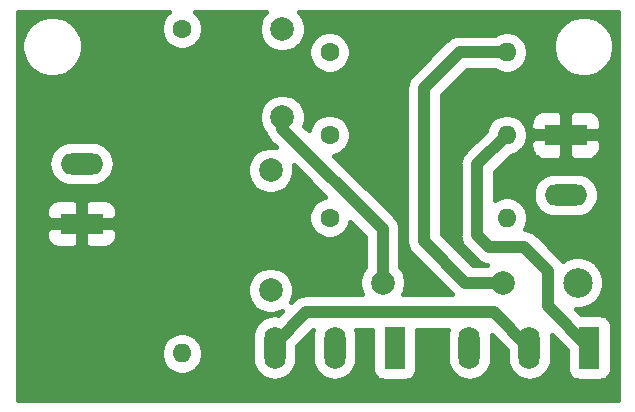
<source format=gbr>
%TF.GenerationSoftware,KiCad,Pcbnew,(5.1.5-0-10_14)*%
%TF.CreationDate,2020-09-13T21:22:45+01:00*%
%TF.ProjectId,BoneRayPCB,426f6e65-5261-4795-9043-422e6b696361,rev?*%
%TF.SameCoordinates,Original*%
%TF.FileFunction,Copper,L1,Top*%
%TF.FilePolarity,Positive*%
%FSLAX46Y46*%
G04 Gerber Fmt 4.6, Leading zero omitted, Abs format (unit mm)*
G04 Created by KiCad (PCBNEW (5.1.5-0-10_14)) date 2020-09-13 21:22:45*
%MOMM*%
%LPD*%
G04 APERTURE LIST*
%ADD10C,1.998980*%
%ADD11R,3.600000X1.800000*%
%ADD12O,3.600000X1.800000*%
%ADD13R,1.800000X3.600000*%
%ADD14O,1.800000X3.600000*%
%ADD15C,2.499360*%
%ADD16C,2.000000*%
%ADD17C,1.600000*%
%ADD18O,1.600000X1.600000*%
%ADD19C,1.000000*%
%ADD20C,0.400000*%
G04 APERTURE END LIST*
D10*
X182500000Y-111500000D03*
X182500000Y-121660000D03*
D11*
X166500000Y-116000000D03*
D12*
X166500000Y-110920000D03*
D11*
X207500000Y-108500000D03*
D12*
X207500000Y-113580000D03*
D10*
X192000000Y-121000000D03*
X202160000Y-121000000D03*
D13*
X193000000Y-126500000D03*
D14*
X187920000Y-126500000D03*
X182840000Y-126500000D03*
D13*
X209500000Y-126500000D03*
D14*
X204420000Y-126500000D03*
X199340000Y-126500000D03*
D15*
X208500000Y-121000000D03*
D16*
X183500000Y-99500000D03*
X183500000Y-107000000D03*
D17*
X175000000Y-99500000D03*
D18*
X175000000Y-127000000D03*
D17*
X187500000Y-108500000D03*
D18*
X202500000Y-108500000D03*
D17*
X187500000Y-101500000D03*
D18*
X202500000Y-101500000D03*
D17*
X187500000Y-115500000D03*
D18*
X202500000Y-115500000D03*
D19*
X192000000Y-121000000D02*
X192000000Y-116500000D01*
X192000000Y-116500000D02*
X183500000Y-108000000D01*
X183500000Y-108000000D02*
X183500000Y-107000000D01*
X182840000Y-126500000D02*
X182840000Y-126160000D01*
X182840000Y-126160000D02*
X185500000Y-123500000D01*
X201420000Y-123500000D02*
X204420000Y-126500000D01*
X185500000Y-123500000D02*
X201420000Y-123500000D01*
X202500000Y-108500000D02*
X200000000Y-111000000D01*
X206000000Y-123000000D02*
X209500000Y-126500000D01*
X206000000Y-120000000D02*
X206000000Y-123000000D01*
X204000000Y-118000000D02*
X206000000Y-120000000D01*
X201000000Y-118000000D02*
X204000000Y-118000000D01*
X200000000Y-117000000D02*
X201000000Y-118000000D01*
X200000000Y-111000000D02*
X200000000Y-117000000D01*
X202160000Y-121000000D02*
X199000000Y-121000000D01*
X198500000Y-101500000D02*
X202500000Y-101500000D01*
X195500000Y-104500000D02*
X198500000Y-101500000D01*
X195500000Y-117500000D02*
X195500000Y-104500000D01*
X199000000Y-121000000D02*
X195500000Y-117500000D01*
D20*
G36*
X173852567Y-98101849D02*
G01*
X173601849Y-98352567D01*
X173404861Y-98647380D01*
X173269173Y-98974959D01*
X173200000Y-99322716D01*
X173200000Y-99677284D01*
X173269173Y-100025041D01*
X173404861Y-100352620D01*
X173601849Y-100647433D01*
X173852567Y-100898151D01*
X174147380Y-101095139D01*
X174474959Y-101230827D01*
X174822716Y-101300000D01*
X175177284Y-101300000D01*
X175525041Y-101230827D01*
X175852620Y-101095139D01*
X176147433Y-100898151D01*
X176398151Y-100647433D01*
X176595139Y-100352620D01*
X176730827Y-100025041D01*
X176800000Y-99677284D01*
X176800000Y-99322716D01*
X176730827Y-98974959D01*
X176595139Y-98647380D01*
X176398151Y-98352567D01*
X176147433Y-98101849D01*
X176107251Y-98075000D01*
X182096573Y-98075000D01*
X181946499Y-98225074D01*
X181727623Y-98552645D01*
X181576859Y-98916622D01*
X181500000Y-99303017D01*
X181500000Y-99696983D01*
X181576859Y-100083378D01*
X181727623Y-100447355D01*
X181946499Y-100774926D01*
X182225074Y-101053501D01*
X182552645Y-101272377D01*
X182916622Y-101423141D01*
X183303017Y-101500000D01*
X183696983Y-101500000D01*
X184083378Y-101423141D01*
X184325825Y-101322716D01*
X185700000Y-101322716D01*
X185700000Y-101677284D01*
X185769173Y-102025041D01*
X185904861Y-102352620D01*
X186101849Y-102647433D01*
X186352567Y-102898151D01*
X186647380Y-103095139D01*
X186974959Y-103230827D01*
X187322716Y-103300000D01*
X187677284Y-103300000D01*
X188025041Y-103230827D01*
X188352620Y-103095139D01*
X188647433Y-102898151D01*
X188898151Y-102647433D01*
X189095139Y-102352620D01*
X189230827Y-102025041D01*
X189300000Y-101677284D01*
X189300000Y-101322716D01*
X189230827Y-100974959D01*
X189095139Y-100647380D01*
X188898151Y-100352567D01*
X188647433Y-100101849D01*
X188352620Y-99904861D01*
X188025041Y-99769173D01*
X187677284Y-99700000D01*
X187322716Y-99700000D01*
X186974959Y-99769173D01*
X186647380Y-99904861D01*
X186352567Y-100101849D01*
X186101849Y-100352567D01*
X185904861Y-100647380D01*
X185769173Y-100974959D01*
X185700000Y-101322716D01*
X184325825Y-101322716D01*
X184447355Y-101272377D01*
X184774926Y-101053501D01*
X185053501Y-100774926D01*
X185272377Y-100447355D01*
X185423141Y-100083378D01*
X185500000Y-99696983D01*
X185500000Y-99303017D01*
X185423141Y-98916622D01*
X185272377Y-98552645D01*
X185053501Y-98225074D01*
X184903427Y-98075000D01*
X211925000Y-98075000D01*
X211925001Y-130925000D01*
X161075000Y-130925000D01*
X161075000Y-126822716D01*
X173200000Y-126822716D01*
X173200000Y-127177284D01*
X173269173Y-127525041D01*
X173404861Y-127852620D01*
X173601849Y-128147433D01*
X173852567Y-128398151D01*
X174147380Y-128595139D01*
X174474959Y-128730827D01*
X174822716Y-128800000D01*
X175177284Y-128800000D01*
X175525041Y-128730827D01*
X175852620Y-128595139D01*
X176147433Y-128398151D01*
X176398151Y-128147433D01*
X176595139Y-127852620D01*
X176730827Y-127525041D01*
X176800000Y-127177284D01*
X176800000Y-126822716D01*
X176730827Y-126474959D01*
X176595139Y-126147380D01*
X176398151Y-125852567D01*
X176147433Y-125601849D01*
X175852620Y-125404861D01*
X175525041Y-125269173D01*
X175177284Y-125200000D01*
X174822716Y-125200000D01*
X174474959Y-125269173D01*
X174147380Y-125404861D01*
X173852567Y-125601849D01*
X173601849Y-125852567D01*
X173404861Y-126147380D01*
X173269173Y-126474959D01*
X173200000Y-126822716D01*
X161075000Y-126822716D01*
X161075000Y-116900000D01*
X163494194Y-116900000D01*
X163517363Y-117135241D01*
X163585981Y-117361442D01*
X163697409Y-117569910D01*
X163847366Y-117752634D01*
X164030090Y-117902591D01*
X164238558Y-118014019D01*
X164464759Y-118082637D01*
X164700000Y-118105806D01*
X165900000Y-118100000D01*
X166200000Y-117800000D01*
X166200000Y-116300000D01*
X166800000Y-116300000D01*
X166800000Y-117800000D01*
X167100000Y-118100000D01*
X168300000Y-118105806D01*
X168535241Y-118082637D01*
X168761442Y-118014019D01*
X168969910Y-117902591D01*
X169152634Y-117752634D01*
X169302591Y-117569910D01*
X169414019Y-117361442D01*
X169482637Y-117135241D01*
X169505806Y-116900000D01*
X169500000Y-116600000D01*
X169200000Y-116300000D01*
X166800000Y-116300000D01*
X166200000Y-116300000D01*
X163800000Y-116300000D01*
X163500000Y-116600000D01*
X163494194Y-116900000D01*
X161075000Y-116900000D01*
X161075000Y-115100000D01*
X163494194Y-115100000D01*
X163500000Y-115400000D01*
X163800000Y-115700000D01*
X166200000Y-115700000D01*
X166200000Y-114200000D01*
X166800000Y-114200000D01*
X166800000Y-115700000D01*
X169200000Y-115700000D01*
X169500000Y-115400000D01*
X169505806Y-115100000D01*
X169482637Y-114864759D01*
X169414019Y-114638558D01*
X169302591Y-114430090D01*
X169152634Y-114247366D01*
X168969910Y-114097409D01*
X168761442Y-113985981D01*
X168535241Y-113917363D01*
X168300000Y-113894194D01*
X167100000Y-113900000D01*
X166800000Y-114200000D01*
X166200000Y-114200000D01*
X165900000Y-113900000D01*
X164700000Y-113894194D01*
X164464759Y-113917363D01*
X164238558Y-113985981D01*
X164030090Y-114097409D01*
X163847366Y-114247366D01*
X163697409Y-114430090D01*
X163585981Y-114638558D01*
X163517363Y-114864759D01*
X163494194Y-115100000D01*
X161075000Y-115100000D01*
X161075000Y-110920000D01*
X163690807Y-110920000D01*
X163727492Y-111292465D01*
X163836136Y-111650617D01*
X164012564Y-111980691D01*
X164249997Y-112270003D01*
X164539309Y-112507436D01*
X164869383Y-112683864D01*
X165227535Y-112792508D01*
X165506663Y-112820000D01*
X167493337Y-112820000D01*
X167772465Y-112792508D01*
X168130617Y-112683864D01*
X168460691Y-112507436D01*
X168750003Y-112270003D01*
X168987436Y-111980691D01*
X169163864Y-111650617D01*
X169269291Y-111303067D01*
X180500510Y-111303067D01*
X180500510Y-111696933D01*
X180577349Y-112083230D01*
X180728075Y-112447114D01*
X180946894Y-112774601D01*
X181225399Y-113053106D01*
X181552886Y-113271925D01*
X181916770Y-113422651D01*
X182303067Y-113499490D01*
X182696933Y-113499490D01*
X183083230Y-113422651D01*
X183447114Y-113271925D01*
X183774601Y-113053106D01*
X184053106Y-112774601D01*
X184271925Y-112447114D01*
X184422651Y-112083230D01*
X184499490Y-111696933D01*
X184499490Y-111303067D01*
X184454235Y-111075554D01*
X187119168Y-113740488D01*
X186974959Y-113769173D01*
X186647380Y-113904861D01*
X186352567Y-114101849D01*
X186101849Y-114352567D01*
X185904861Y-114647380D01*
X185769173Y-114974959D01*
X185700000Y-115322716D01*
X185700000Y-115677284D01*
X185769173Y-116025041D01*
X185904861Y-116352620D01*
X186101849Y-116647433D01*
X186352567Y-116898151D01*
X186647380Y-117095139D01*
X186974959Y-117230827D01*
X187322716Y-117300000D01*
X187677284Y-117300000D01*
X188025041Y-117230827D01*
X188352620Y-117095139D01*
X188647433Y-116898151D01*
X188898151Y-116647433D01*
X189095139Y-116352620D01*
X189230827Y-116025041D01*
X189259512Y-115880832D01*
X190500001Y-117121321D01*
X190500000Y-119672293D01*
X190446894Y-119725399D01*
X190228075Y-120052886D01*
X190077349Y-120416770D01*
X190000510Y-120803067D01*
X190000510Y-121196933D01*
X190077349Y-121583230D01*
X190228075Y-121947114D01*
X190263412Y-122000000D01*
X185573680Y-122000000D01*
X185499999Y-121992743D01*
X185205948Y-122021705D01*
X185120177Y-122047723D01*
X184923198Y-122107476D01*
X184662613Y-122246762D01*
X184434208Y-122434208D01*
X184387235Y-122491445D01*
X184272179Y-122606501D01*
X184422651Y-122243230D01*
X184499490Y-121856933D01*
X184499490Y-121463067D01*
X184422651Y-121076770D01*
X184271925Y-120712886D01*
X184053106Y-120385399D01*
X183774601Y-120106894D01*
X183447114Y-119888075D01*
X183083230Y-119737349D01*
X182696933Y-119660510D01*
X182303067Y-119660510D01*
X181916770Y-119737349D01*
X181552886Y-119888075D01*
X181225399Y-120106894D01*
X180946894Y-120385399D01*
X180728075Y-120712886D01*
X180577349Y-121076770D01*
X180500510Y-121463067D01*
X180500510Y-121856933D01*
X180577349Y-122243230D01*
X180728075Y-122607114D01*
X180946894Y-122934601D01*
X181225399Y-123213106D01*
X181552886Y-123431925D01*
X181916770Y-123582651D01*
X182303067Y-123659490D01*
X182696933Y-123659490D01*
X183083230Y-123582651D01*
X183446502Y-123432179D01*
X183156683Y-123721998D01*
X182840000Y-123690807D01*
X182467536Y-123727492D01*
X182109384Y-123836136D01*
X181779310Y-124012564D01*
X181489998Y-124249997D01*
X181252565Y-124539309D01*
X181076137Y-124869383D01*
X180967493Y-125227535D01*
X180940000Y-125506663D01*
X180940000Y-127493336D01*
X180967492Y-127772464D01*
X181076136Y-128130616D01*
X181252564Y-128460691D01*
X181489997Y-128750003D01*
X181779309Y-128987436D01*
X182109383Y-129163864D01*
X182467535Y-129272508D01*
X182840000Y-129309193D01*
X183212464Y-129272508D01*
X183570616Y-129163864D01*
X183900691Y-128987436D01*
X184190003Y-128750003D01*
X184427436Y-128460691D01*
X184603864Y-128130617D01*
X184712508Y-127772465D01*
X184740000Y-127493337D01*
X184740000Y-126381319D01*
X186114423Y-125006897D01*
X186047493Y-125227535D01*
X186020000Y-125506663D01*
X186020000Y-127493336D01*
X186047492Y-127772464D01*
X186156136Y-128130616D01*
X186332564Y-128460691D01*
X186569997Y-128750003D01*
X186859309Y-128987436D01*
X187189383Y-129163864D01*
X187547535Y-129272508D01*
X187920000Y-129309193D01*
X188292464Y-129272508D01*
X188650616Y-129163864D01*
X188980691Y-128987436D01*
X189270003Y-128750003D01*
X189507436Y-128460691D01*
X189683864Y-128130617D01*
X189792508Y-127772465D01*
X189820000Y-127493337D01*
X189820000Y-125506663D01*
X189792508Y-125227535D01*
X189723486Y-125000000D01*
X191095162Y-125000000D01*
X191095162Y-128300000D01*
X191114470Y-128496034D01*
X191171651Y-128684535D01*
X191264508Y-128858258D01*
X191389472Y-129010528D01*
X191541742Y-129135492D01*
X191715465Y-129228349D01*
X191903966Y-129285530D01*
X192100000Y-129304838D01*
X193900000Y-129304838D01*
X194096034Y-129285530D01*
X194284535Y-129228349D01*
X194458258Y-129135492D01*
X194610528Y-129010528D01*
X194735492Y-128858258D01*
X194828349Y-128684535D01*
X194885530Y-128496034D01*
X194904838Y-128300000D01*
X194904838Y-125000000D01*
X197536515Y-125000000D01*
X197467493Y-125227535D01*
X197440000Y-125506663D01*
X197440000Y-127493336D01*
X197467492Y-127772464D01*
X197576136Y-128130616D01*
X197752564Y-128460691D01*
X197989997Y-128750003D01*
X198279309Y-128987436D01*
X198609383Y-129163864D01*
X198967535Y-129272508D01*
X199340000Y-129309193D01*
X199712464Y-129272508D01*
X200070616Y-129163864D01*
X200400691Y-128987436D01*
X200690003Y-128750003D01*
X200927436Y-128460691D01*
X201103864Y-128130617D01*
X201212508Y-127772465D01*
X201240000Y-127493337D01*
X201240000Y-125506663D01*
X201232861Y-125434181D01*
X202520000Y-126721320D01*
X202520000Y-127493336D01*
X202547492Y-127772464D01*
X202656136Y-128130616D01*
X202832564Y-128460691D01*
X203069997Y-128750003D01*
X203359309Y-128987436D01*
X203689383Y-129163864D01*
X204047535Y-129272508D01*
X204420000Y-129309193D01*
X204792464Y-129272508D01*
X205150616Y-129163864D01*
X205480691Y-128987436D01*
X205770003Y-128750003D01*
X206007436Y-128460691D01*
X206183864Y-128130617D01*
X206292508Y-127772465D01*
X206320000Y-127493337D01*
X206320000Y-125506663D01*
X206312861Y-125434180D01*
X207595162Y-126716482D01*
X207595162Y-128300000D01*
X207614470Y-128496034D01*
X207671651Y-128684535D01*
X207764508Y-128858258D01*
X207889472Y-129010528D01*
X208041742Y-129135492D01*
X208215465Y-129228349D01*
X208403966Y-129285530D01*
X208600000Y-129304838D01*
X210400000Y-129304838D01*
X210596034Y-129285530D01*
X210784535Y-129228349D01*
X210958258Y-129135492D01*
X211110528Y-129010528D01*
X211235492Y-128858258D01*
X211328349Y-128684535D01*
X211385530Y-128496034D01*
X211404838Y-128300000D01*
X211404838Y-124700000D01*
X211385530Y-124503966D01*
X211328349Y-124315465D01*
X211235492Y-124141742D01*
X211110528Y-123989472D01*
X210958258Y-123864508D01*
X210784535Y-123771651D01*
X210596034Y-123714470D01*
X210400000Y-123695162D01*
X208816482Y-123695162D01*
X208370999Y-123249680D01*
X208721574Y-123249680D01*
X209156207Y-123163226D01*
X209565623Y-122993640D01*
X209934087Y-122747440D01*
X210247440Y-122434087D01*
X210493640Y-122065623D01*
X210663226Y-121656207D01*
X210749680Y-121221574D01*
X210749680Y-120778426D01*
X210663226Y-120343793D01*
X210493640Y-119934377D01*
X210247440Y-119565913D01*
X209934087Y-119252560D01*
X209565623Y-119006360D01*
X209156207Y-118836774D01*
X208721574Y-118750320D01*
X208278426Y-118750320D01*
X207843793Y-118836774D01*
X207434377Y-119006360D01*
X207234571Y-119139867D01*
X207065792Y-118934208D01*
X207008556Y-118887236D01*
X205112769Y-116991450D01*
X205065792Y-116934208D01*
X204837387Y-116746762D01*
X204576802Y-116607476D01*
X204294051Y-116521705D01*
X204073680Y-116500000D01*
X204001418Y-116492883D01*
X204095139Y-116352620D01*
X204230827Y-116025041D01*
X204300000Y-115677284D01*
X204300000Y-115322716D01*
X204230827Y-114974959D01*
X204095139Y-114647380D01*
X203898151Y-114352567D01*
X203647433Y-114101849D01*
X203352620Y-113904861D01*
X203025041Y-113769173D01*
X202677284Y-113700000D01*
X202322716Y-113700000D01*
X201974959Y-113769173D01*
X201647380Y-113904861D01*
X201500000Y-114003337D01*
X201500000Y-113580000D01*
X204690807Y-113580000D01*
X204727492Y-113952465D01*
X204836136Y-114310617D01*
X205012564Y-114640691D01*
X205249997Y-114930003D01*
X205539309Y-115167436D01*
X205869383Y-115343864D01*
X206227535Y-115452508D01*
X206506663Y-115480000D01*
X208493337Y-115480000D01*
X208772465Y-115452508D01*
X209130617Y-115343864D01*
X209460691Y-115167436D01*
X209750003Y-114930003D01*
X209987436Y-114640691D01*
X210163864Y-114310617D01*
X210272508Y-113952465D01*
X210309193Y-113580000D01*
X210272508Y-113207535D01*
X210163864Y-112849383D01*
X209987436Y-112519309D01*
X209750003Y-112229997D01*
X209460691Y-111992564D01*
X209130617Y-111816136D01*
X208772465Y-111707492D01*
X208493337Y-111680000D01*
X206506663Y-111680000D01*
X206227535Y-111707492D01*
X205869383Y-111816136D01*
X205539309Y-111992564D01*
X205249997Y-112229997D01*
X205012564Y-112519309D01*
X204836136Y-112849383D01*
X204727492Y-113207535D01*
X204690807Y-113580000D01*
X201500000Y-113580000D01*
X201500000Y-111621319D01*
X202857084Y-110264236D01*
X203025041Y-110230827D01*
X203352620Y-110095139D01*
X203647433Y-109898151D01*
X203898151Y-109647433D01*
X204063480Y-109400000D01*
X204494194Y-109400000D01*
X204517363Y-109635241D01*
X204585981Y-109861442D01*
X204697409Y-110069910D01*
X204847366Y-110252634D01*
X205030090Y-110402591D01*
X205238558Y-110514019D01*
X205464759Y-110582637D01*
X205700000Y-110605806D01*
X206900000Y-110600000D01*
X207200000Y-110300000D01*
X207200000Y-108800000D01*
X207800000Y-108800000D01*
X207800000Y-110300000D01*
X208100000Y-110600000D01*
X209300000Y-110605806D01*
X209535241Y-110582637D01*
X209761442Y-110514019D01*
X209969910Y-110402591D01*
X210152634Y-110252634D01*
X210302591Y-110069910D01*
X210414019Y-109861442D01*
X210482637Y-109635241D01*
X210505806Y-109400000D01*
X210500000Y-109100000D01*
X210200000Y-108800000D01*
X207800000Y-108800000D01*
X207200000Y-108800000D01*
X204800000Y-108800000D01*
X204500000Y-109100000D01*
X204494194Y-109400000D01*
X204063480Y-109400000D01*
X204095139Y-109352620D01*
X204230827Y-109025041D01*
X204300000Y-108677284D01*
X204300000Y-108322716D01*
X204230827Y-107974959D01*
X204095139Y-107647380D01*
X204063481Y-107600000D01*
X204494194Y-107600000D01*
X204500000Y-107900000D01*
X204800000Y-108200000D01*
X207200000Y-108200000D01*
X207200000Y-106700000D01*
X207800000Y-106700000D01*
X207800000Y-108200000D01*
X210200000Y-108200000D01*
X210500000Y-107900000D01*
X210505806Y-107600000D01*
X210482637Y-107364759D01*
X210414019Y-107138558D01*
X210302591Y-106930090D01*
X210152634Y-106747366D01*
X209969910Y-106597409D01*
X209761442Y-106485981D01*
X209535241Y-106417363D01*
X209300000Y-106394194D01*
X208100000Y-106400000D01*
X207800000Y-106700000D01*
X207200000Y-106700000D01*
X206900000Y-106400000D01*
X205700000Y-106394194D01*
X205464759Y-106417363D01*
X205238558Y-106485981D01*
X205030090Y-106597409D01*
X204847366Y-106747366D01*
X204697409Y-106930090D01*
X204585981Y-107138558D01*
X204517363Y-107364759D01*
X204494194Y-107600000D01*
X204063481Y-107600000D01*
X203898151Y-107352567D01*
X203647433Y-107101849D01*
X203352620Y-106904861D01*
X203025041Y-106769173D01*
X202677284Y-106700000D01*
X202322716Y-106700000D01*
X201974959Y-106769173D01*
X201647380Y-106904861D01*
X201352567Y-107101849D01*
X201101849Y-107352567D01*
X200904861Y-107647380D01*
X200769173Y-107974959D01*
X200735764Y-108142916D01*
X198991450Y-109887231D01*
X198934208Y-109934208D01*
X198746762Y-110162614D01*
X198607476Y-110423199D01*
X198568136Y-110552886D01*
X198521705Y-110705949D01*
X198492743Y-111000000D01*
X198500000Y-111073681D01*
X198500001Y-116926310D01*
X198492743Y-117000000D01*
X198521705Y-117294051D01*
X198604137Y-117565791D01*
X198607477Y-117576802D01*
X198746763Y-117837387D01*
X198934209Y-118065792D01*
X198991445Y-118112764D01*
X199887235Y-119008555D01*
X199934208Y-119065792D01*
X200052187Y-119162614D01*
X200162613Y-119253238D01*
X200423197Y-119392524D01*
X200705949Y-119478295D01*
X200840724Y-119491569D01*
X200832293Y-119500000D01*
X199621320Y-119500000D01*
X197000000Y-116878681D01*
X197000000Y-105121319D01*
X199121321Y-103000000D01*
X201504995Y-103000000D01*
X201647380Y-103095139D01*
X201974959Y-103230827D01*
X202322716Y-103300000D01*
X202677284Y-103300000D01*
X203025041Y-103230827D01*
X203352620Y-103095139D01*
X203647433Y-102898151D01*
X203898151Y-102647433D01*
X204095139Y-102352620D01*
X204230827Y-102025041D01*
X204300000Y-101677284D01*
X204300000Y-101322716D01*
X204230827Y-100974959D01*
X204135129Y-100743922D01*
X206400000Y-100743922D01*
X206400000Y-101256078D01*
X206499917Y-101758392D01*
X206695910Y-102231562D01*
X206980448Y-102657403D01*
X207342597Y-103019552D01*
X207768438Y-103304090D01*
X208241608Y-103500083D01*
X208743922Y-103600000D01*
X209256078Y-103600000D01*
X209758392Y-103500083D01*
X210231562Y-103304090D01*
X210657403Y-103019552D01*
X211019552Y-102657403D01*
X211304090Y-102231562D01*
X211500083Y-101758392D01*
X211600000Y-101256078D01*
X211600000Y-100743922D01*
X211500083Y-100241608D01*
X211304090Y-99768438D01*
X211019552Y-99342597D01*
X210657403Y-98980448D01*
X210231562Y-98695910D01*
X209758392Y-98499917D01*
X209256078Y-98400000D01*
X208743922Y-98400000D01*
X208241608Y-98499917D01*
X207768438Y-98695910D01*
X207342597Y-98980448D01*
X206980448Y-99342597D01*
X206695910Y-99768438D01*
X206499917Y-100241608D01*
X206400000Y-100743922D01*
X204135129Y-100743922D01*
X204095139Y-100647380D01*
X203898151Y-100352567D01*
X203647433Y-100101849D01*
X203352620Y-99904861D01*
X203025041Y-99769173D01*
X202677284Y-99700000D01*
X202322716Y-99700000D01*
X201974959Y-99769173D01*
X201647380Y-99904861D01*
X201504995Y-100000000D01*
X198573680Y-100000000D01*
X198500000Y-99992743D01*
X198426320Y-100000000D01*
X198205949Y-100021705D01*
X197923198Y-100107476D01*
X197662613Y-100246762D01*
X197434208Y-100434208D01*
X197387240Y-100491439D01*
X194491445Y-103387236D01*
X194434209Y-103434208D01*
X194246763Y-103662613D01*
X194107477Y-103923198D01*
X194021705Y-104205949D01*
X193992743Y-104500000D01*
X194000001Y-104573690D01*
X194000000Y-117426320D01*
X193992743Y-117500000D01*
X194003849Y-117612759D01*
X194021705Y-117794050D01*
X194107476Y-118076801D01*
X194246762Y-118337386D01*
X194434208Y-118565792D01*
X194491450Y-118612769D01*
X197878680Y-122000000D01*
X193736588Y-122000000D01*
X193771925Y-121947114D01*
X193922651Y-121583230D01*
X193999490Y-121196933D01*
X193999490Y-120803067D01*
X193922651Y-120416770D01*
X193771925Y-120052886D01*
X193553106Y-119725399D01*
X193500000Y-119672293D01*
X193500000Y-116573677D01*
X193507257Y-116499999D01*
X193500000Y-116426320D01*
X193478295Y-116205949D01*
X193392524Y-115923198D01*
X193253238Y-115662613D01*
X193065792Y-115434208D01*
X193008555Y-115387235D01*
X187880831Y-110259512D01*
X188025041Y-110230827D01*
X188352620Y-110095139D01*
X188647433Y-109898151D01*
X188898151Y-109647433D01*
X189095139Y-109352620D01*
X189230827Y-109025041D01*
X189300000Y-108677284D01*
X189300000Y-108322716D01*
X189230827Y-107974959D01*
X189095139Y-107647380D01*
X188898151Y-107352567D01*
X188647433Y-107101849D01*
X188352620Y-106904861D01*
X188025041Y-106769173D01*
X187677284Y-106700000D01*
X187322716Y-106700000D01*
X186974959Y-106769173D01*
X186647380Y-106904861D01*
X186352567Y-107101849D01*
X186101849Y-107352567D01*
X185904861Y-107647380D01*
X185769173Y-107974959D01*
X185740488Y-108119169D01*
X185359160Y-107737841D01*
X185423141Y-107583378D01*
X185500000Y-107196983D01*
X185500000Y-106803017D01*
X185423141Y-106416622D01*
X185272377Y-106052645D01*
X185053501Y-105725074D01*
X184774926Y-105446499D01*
X184447355Y-105227623D01*
X184083378Y-105076859D01*
X183696983Y-105000000D01*
X183303017Y-105000000D01*
X182916622Y-105076859D01*
X182552645Y-105227623D01*
X182225074Y-105446499D01*
X181946499Y-105725074D01*
X181727623Y-106052645D01*
X181576859Y-106416622D01*
X181500000Y-106803017D01*
X181500000Y-107196983D01*
X181576859Y-107583378D01*
X181727623Y-107947355D01*
X181946499Y-108274926D01*
X182046125Y-108374552D01*
X182047723Y-108379822D01*
X182107476Y-108576801D01*
X182246762Y-108837386D01*
X182434208Y-109065792D01*
X182491450Y-109112769D01*
X182924446Y-109545765D01*
X182696933Y-109500510D01*
X182303067Y-109500510D01*
X181916770Y-109577349D01*
X181552886Y-109728075D01*
X181225399Y-109946894D01*
X180946894Y-110225399D01*
X180728075Y-110552886D01*
X180577349Y-110916770D01*
X180500510Y-111303067D01*
X169269291Y-111303067D01*
X169272508Y-111292465D01*
X169309193Y-110920000D01*
X169272508Y-110547535D01*
X169163864Y-110189383D01*
X168987436Y-109859309D01*
X168750003Y-109569997D01*
X168460691Y-109332564D01*
X168130617Y-109156136D01*
X167772465Y-109047492D01*
X167493337Y-109020000D01*
X165506663Y-109020000D01*
X165227535Y-109047492D01*
X164869383Y-109156136D01*
X164539309Y-109332564D01*
X164249997Y-109569997D01*
X164012564Y-109859309D01*
X163836136Y-110189383D01*
X163727492Y-110547535D01*
X163690807Y-110920000D01*
X161075000Y-110920000D01*
X161075000Y-100743922D01*
X161400000Y-100743922D01*
X161400000Y-101256078D01*
X161499917Y-101758392D01*
X161695910Y-102231562D01*
X161980448Y-102657403D01*
X162342597Y-103019552D01*
X162768438Y-103304090D01*
X163241608Y-103500083D01*
X163743922Y-103600000D01*
X164256078Y-103600000D01*
X164758392Y-103500083D01*
X165231562Y-103304090D01*
X165657403Y-103019552D01*
X166019552Y-102657403D01*
X166304090Y-102231562D01*
X166500083Y-101758392D01*
X166600000Y-101256078D01*
X166600000Y-100743922D01*
X166500083Y-100241608D01*
X166304090Y-99768438D01*
X166019552Y-99342597D01*
X165657403Y-98980448D01*
X165231562Y-98695910D01*
X164758392Y-98499917D01*
X164256078Y-98400000D01*
X163743922Y-98400000D01*
X163241608Y-98499917D01*
X162768438Y-98695910D01*
X162342597Y-98980448D01*
X161980448Y-99342597D01*
X161695910Y-99768438D01*
X161499917Y-100241608D01*
X161400000Y-100743922D01*
X161075000Y-100743922D01*
X161075000Y-98075000D01*
X173892749Y-98075000D01*
X173852567Y-98101849D01*
G37*
X173852567Y-98101849D02*
X173601849Y-98352567D01*
X173404861Y-98647380D01*
X173269173Y-98974959D01*
X173200000Y-99322716D01*
X173200000Y-99677284D01*
X173269173Y-100025041D01*
X173404861Y-100352620D01*
X173601849Y-100647433D01*
X173852567Y-100898151D01*
X174147380Y-101095139D01*
X174474959Y-101230827D01*
X174822716Y-101300000D01*
X175177284Y-101300000D01*
X175525041Y-101230827D01*
X175852620Y-101095139D01*
X176147433Y-100898151D01*
X176398151Y-100647433D01*
X176595139Y-100352620D01*
X176730827Y-100025041D01*
X176800000Y-99677284D01*
X176800000Y-99322716D01*
X176730827Y-98974959D01*
X176595139Y-98647380D01*
X176398151Y-98352567D01*
X176147433Y-98101849D01*
X176107251Y-98075000D01*
X182096573Y-98075000D01*
X181946499Y-98225074D01*
X181727623Y-98552645D01*
X181576859Y-98916622D01*
X181500000Y-99303017D01*
X181500000Y-99696983D01*
X181576859Y-100083378D01*
X181727623Y-100447355D01*
X181946499Y-100774926D01*
X182225074Y-101053501D01*
X182552645Y-101272377D01*
X182916622Y-101423141D01*
X183303017Y-101500000D01*
X183696983Y-101500000D01*
X184083378Y-101423141D01*
X184325825Y-101322716D01*
X185700000Y-101322716D01*
X185700000Y-101677284D01*
X185769173Y-102025041D01*
X185904861Y-102352620D01*
X186101849Y-102647433D01*
X186352567Y-102898151D01*
X186647380Y-103095139D01*
X186974959Y-103230827D01*
X187322716Y-103300000D01*
X187677284Y-103300000D01*
X188025041Y-103230827D01*
X188352620Y-103095139D01*
X188647433Y-102898151D01*
X188898151Y-102647433D01*
X189095139Y-102352620D01*
X189230827Y-102025041D01*
X189300000Y-101677284D01*
X189300000Y-101322716D01*
X189230827Y-100974959D01*
X189095139Y-100647380D01*
X188898151Y-100352567D01*
X188647433Y-100101849D01*
X188352620Y-99904861D01*
X188025041Y-99769173D01*
X187677284Y-99700000D01*
X187322716Y-99700000D01*
X186974959Y-99769173D01*
X186647380Y-99904861D01*
X186352567Y-100101849D01*
X186101849Y-100352567D01*
X185904861Y-100647380D01*
X185769173Y-100974959D01*
X185700000Y-101322716D01*
X184325825Y-101322716D01*
X184447355Y-101272377D01*
X184774926Y-101053501D01*
X185053501Y-100774926D01*
X185272377Y-100447355D01*
X185423141Y-100083378D01*
X185500000Y-99696983D01*
X185500000Y-99303017D01*
X185423141Y-98916622D01*
X185272377Y-98552645D01*
X185053501Y-98225074D01*
X184903427Y-98075000D01*
X211925000Y-98075000D01*
X211925001Y-130925000D01*
X161075000Y-130925000D01*
X161075000Y-126822716D01*
X173200000Y-126822716D01*
X173200000Y-127177284D01*
X173269173Y-127525041D01*
X173404861Y-127852620D01*
X173601849Y-128147433D01*
X173852567Y-128398151D01*
X174147380Y-128595139D01*
X174474959Y-128730827D01*
X174822716Y-128800000D01*
X175177284Y-128800000D01*
X175525041Y-128730827D01*
X175852620Y-128595139D01*
X176147433Y-128398151D01*
X176398151Y-128147433D01*
X176595139Y-127852620D01*
X176730827Y-127525041D01*
X176800000Y-127177284D01*
X176800000Y-126822716D01*
X176730827Y-126474959D01*
X176595139Y-126147380D01*
X176398151Y-125852567D01*
X176147433Y-125601849D01*
X175852620Y-125404861D01*
X175525041Y-125269173D01*
X175177284Y-125200000D01*
X174822716Y-125200000D01*
X174474959Y-125269173D01*
X174147380Y-125404861D01*
X173852567Y-125601849D01*
X173601849Y-125852567D01*
X173404861Y-126147380D01*
X173269173Y-126474959D01*
X173200000Y-126822716D01*
X161075000Y-126822716D01*
X161075000Y-116900000D01*
X163494194Y-116900000D01*
X163517363Y-117135241D01*
X163585981Y-117361442D01*
X163697409Y-117569910D01*
X163847366Y-117752634D01*
X164030090Y-117902591D01*
X164238558Y-118014019D01*
X164464759Y-118082637D01*
X164700000Y-118105806D01*
X165900000Y-118100000D01*
X166200000Y-117800000D01*
X166200000Y-116300000D01*
X166800000Y-116300000D01*
X166800000Y-117800000D01*
X167100000Y-118100000D01*
X168300000Y-118105806D01*
X168535241Y-118082637D01*
X168761442Y-118014019D01*
X168969910Y-117902591D01*
X169152634Y-117752634D01*
X169302591Y-117569910D01*
X169414019Y-117361442D01*
X169482637Y-117135241D01*
X169505806Y-116900000D01*
X169500000Y-116600000D01*
X169200000Y-116300000D01*
X166800000Y-116300000D01*
X166200000Y-116300000D01*
X163800000Y-116300000D01*
X163500000Y-116600000D01*
X163494194Y-116900000D01*
X161075000Y-116900000D01*
X161075000Y-115100000D01*
X163494194Y-115100000D01*
X163500000Y-115400000D01*
X163800000Y-115700000D01*
X166200000Y-115700000D01*
X166200000Y-114200000D01*
X166800000Y-114200000D01*
X166800000Y-115700000D01*
X169200000Y-115700000D01*
X169500000Y-115400000D01*
X169505806Y-115100000D01*
X169482637Y-114864759D01*
X169414019Y-114638558D01*
X169302591Y-114430090D01*
X169152634Y-114247366D01*
X168969910Y-114097409D01*
X168761442Y-113985981D01*
X168535241Y-113917363D01*
X168300000Y-113894194D01*
X167100000Y-113900000D01*
X166800000Y-114200000D01*
X166200000Y-114200000D01*
X165900000Y-113900000D01*
X164700000Y-113894194D01*
X164464759Y-113917363D01*
X164238558Y-113985981D01*
X164030090Y-114097409D01*
X163847366Y-114247366D01*
X163697409Y-114430090D01*
X163585981Y-114638558D01*
X163517363Y-114864759D01*
X163494194Y-115100000D01*
X161075000Y-115100000D01*
X161075000Y-110920000D01*
X163690807Y-110920000D01*
X163727492Y-111292465D01*
X163836136Y-111650617D01*
X164012564Y-111980691D01*
X164249997Y-112270003D01*
X164539309Y-112507436D01*
X164869383Y-112683864D01*
X165227535Y-112792508D01*
X165506663Y-112820000D01*
X167493337Y-112820000D01*
X167772465Y-112792508D01*
X168130617Y-112683864D01*
X168460691Y-112507436D01*
X168750003Y-112270003D01*
X168987436Y-111980691D01*
X169163864Y-111650617D01*
X169269291Y-111303067D01*
X180500510Y-111303067D01*
X180500510Y-111696933D01*
X180577349Y-112083230D01*
X180728075Y-112447114D01*
X180946894Y-112774601D01*
X181225399Y-113053106D01*
X181552886Y-113271925D01*
X181916770Y-113422651D01*
X182303067Y-113499490D01*
X182696933Y-113499490D01*
X183083230Y-113422651D01*
X183447114Y-113271925D01*
X183774601Y-113053106D01*
X184053106Y-112774601D01*
X184271925Y-112447114D01*
X184422651Y-112083230D01*
X184499490Y-111696933D01*
X184499490Y-111303067D01*
X184454235Y-111075554D01*
X187119168Y-113740488D01*
X186974959Y-113769173D01*
X186647380Y-113904861D01*
X186352567Y-114101849D01*
X186101849Y-114352567D01*
X185904861Y-114647380D01*
X185769173Y-114974959D01*
X185700000Y-115322716D01*
X185700000Y-115677284D01*
X185769173Y-116025041D01*
X185904861Y-116352620D01*
X186101849Y-116647433D01*
X186352567Y-116898151D01*
X186647380Y-117095139D01*
X186974959Y-117230827D01*
X187322716Y-117300000D01*
X187677284Y-117300000D01*
X188025041Y-117230827D01*
X188352620Y-117095139D01*
X188647433Y-116898151D01*
X188898151Y-116647433D01*
X189095139Y-116352620D01*
X189230827Y-116025041D01*
X189259512Y-115880832D01*
X190500001Y-117121321D01*
X190500000Y-119672293D01*
X190446894Y-119725399D01*
X190228075Y-120052886D01*
X190077349Y-120416770D01*
X190000510Y-120803067D01*
X190000510Y-121196933D01*
X190077349Y-121583230D01*
X190228075Y-121947114D01*
X190263412Y-122000000D01*
X185573680Y-122000000D01*
X185499999Y-121992743D01*
X185205948Y-122021705D01*
X185120177Y-122047723D01*
X184923198Y-122107476D01*
X184662613Y-122246762D01*
X184434208Y-122434208D01*
X184387235Y-122491445D01*
X184272179Y-122606501D01*
X184422651Y-122243230D01*
X184499490Y-121856933D01*
X184499490Y-121463067D01*
X184422651Y-121076770D01*
X184271925Y-120712886D01*
X184053106Y-120385399D01*
X183774601Y-120106894D01*
X183447114Y-119888075D01*
X183083230Y-119737349D01*
X182696933Y-119660510D01*
X182303067Y-119660510D01*
X181916770Y-119737349D01*
X181552886Y-119888075D01*
X181225399Y-120106894D01*
X180946894Y-120385399D01*
X180728075Y-120712886D01*
X180577349Y-121076770D01*
X180500510Y-121463067D01*
X180500510Y-121856933D01*
X180577349Y-122243230D01*
X180728075Y-122607114D01*
X180946894Y-122934601D01*
X181225399Y-123213106D01*
X181552886Y-123431925D01*
X181916770Y-123582651D01*
X182303067Y-123659490D01*
X182696933Y-123659490D01*
X183083230Y-123582651D01*
X183446502Y-123432179D01*
X183156683Y-123721998D01*
X182840000Y-123690807D01*
X182467536Y-123727492D01*
X182109384Y-123836136D01*
X181779310Y-124012564D01*
X181489998Y-124249997D01*
X181252565Y-124539309D01*
X181076137Y-124869383D01*
X180967493Y-125227535D01*
X180940000Y-125506663D01*
X180940000Y-127493336D01*
X180967492Y-127772464D01*
X181076136Y-128130616D01*
X181252564Y-128460691D01*
X181489997Y-128750003D01*
X181779309Y-128987436D01*
X182109383Y-129163864D01*
X182467535Y-129272508D01*
X182840000Y-129309193D01*
X183212464Y-129272508D01*
X183570616Y-129163864D01*
X183900691Y-128987436D01*
X184190003Y-128750003D01*
X184427436Y-128460691D01*
X184603864Y-128130617D01*
X184712508Y-127772465D01*
X184740000Y-127493337D01*
X184740000Y-126381319D01*
X186114423Y-125006897D01*
X186047493Y-125227535D01*
X186020000Y-125506663D01*
X186020000Y-127493336D01*
X186047492Y-127772464D01*
X186156136Y-128130616D01*
X186332564Y-128460691D01*
X186569997Y-128750003D01*
X186859309Y-128987436D01*
X187189383Y-129163864D01*
X187547535Y-129272508D01*
X187920000Y-129309193D01*
X188292464Y-129272508D01*
X188650616Y-129163864D01*
X188980691Y-128987436D01*
X189270003Y-128750003D01*
X189507436Y-128460691D01*
X189683864Y-128130617D01*
X189792508Y-127772465D01*
X189820000Y-127493337D01*
X189820000Y-125506663D01*
X189792508Y-125227535D01*
X189723486Y-125000000D01*
X191095162Y-125000000D01*
X191095162Y-128300000D01*
X191114470Y-128496034D01*
X191171651Y-128684535D01*
X191264508Y-128858258D01*
X191389472Y-129010528D01*
X191541742Y-129135492D01*
X191715465Y-129228349D01*
X191903966Y-129285530D01*
X192100000Y-129304838D01*
X193900000Y-129304838D01*
X194096034Y-129285530D01*
X194284535Y-129228349D01*
X194458258Y-129135492D01*
X194610528Y-129010528D01*
X194735492Y-128858258D01*
X194828349Y-128684535D01*
X194885530Y-128496034D01*
X194904838Y-128300000D01*
X194904838Y-125000000D01*
X197536515Y-125000000D01*
X197467493Y-125227535D01*
X197440000Y-125506663D01*
X197440000Y-127493336D01*
X197467492Y-127772464D01*
X197576136Y-128130616D01*
X197752564Y-128460691D01*
X197989997Y-128750003D01*
X198279309Y-128987436D01*
X198609383Y-129163864D01*
X198967535Y-129272508D01*
X199340000Y-129309193D01*
X199712464Y-129272508D01*
X200070616Y-129163864D01*
X200400691Y-128987436D01*
X200690003Y-128750003D01*
X200927436Y-128460691D01*
X201103864Y-128130617D01*
X201212508Y-127772465D01*
X201240000Y-127493337D01*
X201240000Y-125506663D01*
X201232861Y-125434181D01*
X202520000Y-126721320D01*
X202520000Y-127493336D01*
X202547492Y-127772464D01*
X202656136Y-128130616D01*
X202832564Y-128460691D01*
X203069997Y-128750003D01*
X203359309Y-128987436D01*
X203689383Y-129163864D01*
X204047535Y-129272508D01*
X204420000Y-129309193D01*
X204792464Y-129272508D01*
X205150616Y-129163864D01*
X205480691Y-128987436D01*
X205770003Y-128750003D01*
X206007436Y-128460691D01*
X206183864Y-128130617D01*
X206292508Y-127772465D01*
X206320000Y-127493337D01*
X206320000Y-125506663D01*
X206312861Y-125434180D01*
X207595162Y-126716482D01*
X207595162Y-128300000D01*
X207614470Y-128496034D01*
X207671651Y-128684535D01*
X207764508Y-128858258D01*
X207889472Y-129010528D01*
X208041742Y-129135492D01*
X208215465Y-129228349D01*
X208403966Y-129285530D01*
X208600000Y-129304838D01*
X210400000Y-129304838D01*
X210596034Y-129285530D01*
X210784535Y-129228349D01*
X210958258Y-129135492D01*
X211110528Y-129010528D01*
X211235492Y-128858258D01*
X211328349Y-128684535D01*
X211385530Y-128496034D01*
X211404838Y-128300000D01*
X211404838Y-124700000D01*
X211385530Y-124503966D01*
X211328349Y-124315465D01*
X211235492Y-124141742D01*
X211110528Y-123989472D01*
X210958258Y-123864508D01*
X210784535Y-123771651D01*
X210596034Y-123714470D01*
X210400000Y-123695162D01*
X208816482Y-123695162D01*
X208370999Y-123249680D01*
X208721574Y-123249680D01*
X209156207Y-123163226D01*
X209565623Y-122993640D01*
X209934087Y-122747440D01*
X210247440Y-122434087D01*
X210493640Y-122065623D01*
X210663226Y-121656207D01*
X210749680Y-121221574D01*
X210749680Y-120778426D01*
X210663226Y-120343793D01*
X210493640Y-119934377D01*
X210247440Y-119565913D01*
X209934087Y-119252560D01*
X209565623Y-119006360D01*
X209156207Y-118836774D01*
X208721574Y-118750320D01*
X208278426Y-118750320D01*
X207843793Y-118836774D01*
X207434377Y-119006360D01*
X207234571Y-119139867D01*
X207065792Y-118934208D01*
X207008556Y-118887236D01*
X205112769Y-116991450D01*
X205065792Y-116934208D01*
X204837387Y-116746762D01*
X204576802Y-116607476D01*
X204294051Y-116521705D01*
X204073680Y-116500000D01*
X204001418Y-116492883D01*
X204095139Y-116352620D01*
X204230827Y-116025041D01*
X204300000Y-115677284D01*
X204300000Y-115322716D01*
X204230827Y-114974959D01*
X204095139Y-114647380D01*
X203898151Y-114352567D01*
X203647433Y-114101849D01*
X203352620Y-113904861D01*
X203025041Y-113769173D01*
X202677284Y-113700000D01*
X202322716Y-113700000D01*
X201974959Y-113769173D01*
X201647380Y-113904861D01*
X201500000Y-114003337D01*
X201500000Y-113580000D01*
X204690807Y-113580000D01*
X204727492Y-113952465D01*
X204836136Y-114310617D01*
X205012564Y-114640691D01*
X205249997Y-114930003D01*
X205539309Y-115167436D01*
X205869383Y-115343864D01*
X206227535Y-115452508D01*
X206506663Y-115480000D01*
X208493337Y-115480000D01*
X208772465Y-115452508D01*
X209130617Y-115343864D01*
X209460691Y-115167436D01*
X209750003Y-114930003D01*
X209987436Y-114640691D01*
X210163864Y-114310617D01*
X210272508Y-113952465D01*
X210309193Y-113580000D01*
X210272508Y-113207535D01*
X210163864Y-112849383D01*
X209987436Y-112519309D01*
X209750003Y-112229997D01*
X209460691Y-111992564D01*
X209130617Y-111816136D01*
X208772465Y-111707492D01*
X208493337Y-111680000D01*
X206506663Y-111680000D01*
X206227535Y-111707492D01*
X205869383Y-111816136D01*
X205539309Y-111992564D01*
X205249997Y-112229997D01*
X205012564Y-112519309D01*
X204836136Y-112849383D01*
X204727492Y-113207535D01*
X204690807Y-113580000D01*
X201500000Y-113580000D01*
X201500000Y-111621319D01*
X202857084Y-110264236D01*
X203025041Y-110230827D01*
X203352620Y-110095139D01*
X203647433Y-109898151D01*
X203898151Y-109647433D01*
X204063480Y-109400000D01*
X204494194Y-109400000D01*
X204517363Y-109635241D01*
X204585981Y-109861442D01*
X204697409Y-110069910D01*
X204847366Y-110252634D01*
X205030090Y-110402591D01*
X205238558Y-110514019D01*
X205464759Y-110582637D01*
X205700000Y-110605806D01*
X206900000Y-110600000D01*
X207200000Y-110300000D01*
X207200000Y-108800000D01*
X207800000Y-108800000D01*
X207800000Y-110300000D01*
X208100000Y-110600000D01*
X209300000Y-110605806D01*
X209535241Y-110582637D01*
X209761442Y-110514019D01*
X209969910Y-110402591D01*
X210152634Y-110252634D01*
X210302591Y-110069910D01*
X210414019Y-109861442D01*
X210482637Y-109635241D01*
X210505806Y-109400000D01*
X210500000Y-109100000D01*
X210200000Y-108800000D01*
X207800000Y-108800000D01*
X207200000Y-108800000D01*
X204800000Y-108800000D01*
X204500000Y-109100000D01*
X204494194Y-109400000D01*
X204063480Y-109400000D01*
X204095139Y-109352620D01*
X204230827Y-109025041D01*
X204300000Y-108677284D01*
X204300000Y-108322716D01*
X204230827Y-107974959D01*
X204095139Y-107647380D01*
X204063481Y-107600000D01*
X204494194Y-107600000D01*
X204500000Y-107900000D01*
X204800000Y-108200000D01*
X207200000Y-108200000D01*
X207200000Y-106700000D01*
X207800000Y-106700000D01*
X207800000Y-108200000D01*
X210200000Y-108200000D01*
X210500000Y-107900000D01*
X210505806Y-107600000D01*
X210482637Y-107364759D01*
X210414019Y-107138558D01*
X210302591Y-106930090D01*
X210152634Y-106747366D01*
X209969910Y-106597409D01*
X209761442Y-106485981D01*
X209535241Y-106417363D01*
X209300000Y-106394194D01*
X208100000Y-106400000D01*
X207800000Y-106700000D01*
X207200000Y-106700000D01*
X206900000Y-106400000D01*
X205700000Y-106394194D01*
X205464759Y-106417363D01*
X205238558Y-106485981D01*
X205030090Y-106597409D01*
X204847366Y-106747366D01*
X204697409Y-106930090D01*
X204585981Y-107138558D01*
X204517363Y-107364759D01*
X204494194Y-107600000D01*
X204063481Y-107600000D01*
X203898151Y-107352567D01*
X203647433Y-107101849D01*
X203352620Y-106904861D01*
X203025041Y-106769173D01*
X202677284Y-106700000D01*
X202322716Y-106700000D01*
X201974959Y-106769173D01*
X201647380Y-106904861D01*
X201352567Y-107101849D01*
X201101849Y-107352567D01*
X200904861Y-107647380D01*
X200769173Y-107974959D01*
X200735764Y-108142916D01*
X198991450Y-109887231D01*
X198934208Y-109934208D01*
X198746762Y-110162614D01*
X198607476Y-110423199D01*
X198568136Y-110552886D01*
X198521705Y-110705949D01*
X198492743Y-111000000D01*
X198500000Y-111073681D01*
X198500001Y-116926310D01*
X198492743Y-117000000D01*
X198521705Y-117294051D01*
X198604137Y-117565791D01*
X198607477Y-117576802D01*
X198746763Y-117837387D01*
X198934209Y-118065792D01*
X198991445Y-118112764D01*
X199887235Y-119008555D01*
X199934208Y-119065792D01*
X200052187Y-119162614D01*
X200162613Y-119253238D01*
X200423197Y-119392524D01*
X200705949Y-119478295D01*
X200840724Y-119491569D01*
X200832293Y-119500000D01*
X199621320Y-119500000D01*
X197000000Y-116878681D01*
X197000000Y-105121319D01*
X199121321Y-103000000D01*
X201504995Y-103000000D01*
X201647380Y-103095139D01*
X201974959Y-103230827D01*
X202322716Y-103300000D01*
X202677284Y-103300000D01*
X203025041Y-103230827D01*
X203352620Y-103095139D01*
X203647433Y-102898151D01*
X203898151Y-102647433D01*
X204095139Y-102352620D01*
X204230827Y-102025041D01*
X204300000Y-101677284D01*
X204300000Y-101322716D01*
X204230827Y-100974959D01*
X204135129Y-100743922D01*
X206400000Y-100743922D01*
X206400000Y-101256078D01*
X206499917Y-101758392D01*
X206695910Y-102231562D01*
X206980448Y-102657403D01*
X207342597Y-103019552D01*
X207768438Y-103304090D01*
X208241608Y-103500083D01*
X208743922Y-103600000D01*
X209256078Y-103600000D01*
X209758392Y-103500083D01*
X210231562Y-103304090D01*
X210657403Y-103019552D01*
X211019552Y-102657403D01*
X211304090Y-102231562D01*
X211500083Y-101758392D01*
X211600000Y-101256078D01*
X211600000Y-100743922D01*
X211500083Y-100241608D01*
X211304090Y-99768438D01*
X211019552Y-99342597D01*
X210657403Y-98980448D01*
X210231562Y-98695910D01*
X209758392Y-98499917D01*
X209256078Y-98400000D01*
X208743922Y-98400000D01*
X208241608Y-98499917D01*
X207768438Y-98695910D01*
X207342597Y-98980448D01*
X206980448Y-99342597D01*
X206695910Y-99768438D01*
X206499917Y-100241608D01*
X206400000Y-100743922D01*
X204135129Y-100743922D01*
X204095139Y-100647380D01*
X203898151Y-100352567D01*
X203647433Y-100101849D01*
X203352620Y-99904861D01*
X203025041Y-99769173D01*
X202677284Y-99700000D01*
X202322716Y-99700000D01*
X201974959Y-99769173D01*
X201647380Y-99904861D01*
X201504995Y-100000000D01*
X198573680Y-100000000D01*
X198500000Y-99992743D01*
X198426320Y-100000000D01*
X198205949Y-100021705D01*
X197923198Y-100107476D01*
X197662613Y-100246762D01*
X197434208Y-100434208D01*
X197387240Y-100491439D01*
X194491445Y-103387236D01*
X194434209Y-103434208D01*
X194246763Y-103662613D01*
X194107477Y-103923198D01*
X194021705Y-104205949D01*
X193992743Y-104500000D01*
X194000001Y-104573690D01*
X194000000Y-117426320D01*
X193992743Y-117500000D01*
X194003849Y-117612759D01*
X194021705Y-117794050D01*
X194107476Y-118076801D01*
X194246762Y-118337386D01*
X194434208Y-118565792D01*
X194491450Y-118612769D01*
X197878680Y-122000000D01*
X193736588Y-122000000D01*
X193771925Y-121947114D01*
X193922651Y-121583230D01*
X193999490Y-121196933D01*
X193999490Y-120803067D01*
X193922651Y-120416770D01*
X193771925Y-120052886D01*
X193553106Y-119725399D01*
X193500000Y-119672293D01*
X193500000Y-116573677D01*
X193507257Y-116499999D01*
X193500000Y-116426320D01*
X193478295Y-116205949D01*
X193392524Y-115923198D01*
X193253238Y-115662613D01*
X193065792Y-115434208D01*
X193008555Y-115387235D01*
X187880831Y-110259512D01*
X188025041Y-110230827D01*
X188352620Y-110095139D01*
X188647433Y-109898151D01*
X188898151Y-109647433D01*
X189095139Y-109352620D01*
X189230827Y-109025041D01*
X189300000Y-108677284D01*
X189300000Y-108322716D01*
X189230827Y-107974959D01*
X189095139Y-107647380D01*
X188898151Y-107352567D01*
X188647433Y-107101849D01*
X188352620Y-106904861D01*
X188025041Y-106769173D01*
X187677284Y-106700000D01*
X187322716Y-106700000D01*
X186974959Y-106769173D01*
X186647380Y-106904861D01*
X186352567Y-107101849D01*
X186101849Y-107352567D01*
X185904861Y-107647380D01*
X185769173Y-107974959D01*
X185740488Y-108119169D01*
X185359160Y-107737841D01*
X185423141Y-107583378D01*
X185500000Y-107196983D01*
X185500000Y-106803017D01*
X185423141Y-106416622D01*
X185272377Y-106052645D01*
X185053501Y-105725074D01*
X184774926Y-105446499D01*
X184447355Y-105227623D01*
X184083378Y-105076859D01*
X183696983Y-105000000D01*
X183303017Y-105000000D01*
X182916622Y-105076859D01*
X182552645Y-105227623D01*
X182225074Y-105446499D01*
X181946499Y-105725074D01*
X181727623Y-106052645D01*
X181576859Y-106416622D01*
X181500000Y-106803017D01*
X181500000Y-107196983D01*
X181576859Y-107583378D01*
X181727623Y-107947355D01*
X181946499Y-108274926D01*
X182046125Y-108374552D01*
X182047723Y-108379822D01*
X182107476Y-108576801D01*
X182246762Y-108837386D01*
X182434208Y-109065792D01*
X182491450Y-109112769D01*
X182924446Y-109545765D01*
X182696933Y-109500510D01*
X182303067Y-109500510D01*
X181916770Y-109577349D01*
X181552886Y-109728075D01*
X181225399Y-109946894D01*
X180946894Y-110225399D01*
X180728075Y-110552886D01*
X180577349Y-110916770D01*
X180500510Y-111303067D01*
X169269291Y-111303067D01*
X169272508Y-111292465D01*
X169309193Y-110920000D01*
X169272508Y-110547535D01*
X169163864Y-110189383D01*
X168987436Y-109859309D01*
X168750003Y-109569997D01*
X168460691Y-109332564D01*
X168130617Y-109156136D01*
X167772465Y-109047492D01*
X167493337Y-109020000D01*
X165506663Y-109020000D01*
X165227535Y-109047492D01*
X164869383Y-109156136D01*
X164539309Y-109332564D01*
X164249997Y-109569997D01*
X164012564Y-109859309D01*
X163836136Y-110189383D01*
X163727492Y-110547535D01*
X163690807Y-110920000D01*
X161075000Y-110920000D01*
X161075000Y-100743922D01*
X161400000Y-100743922D01*
X161400000Y-101256078D01*
X161499917Y-101758392D01*
X161695910Y-102231562D01*
X161980448Y-102657403D01*
X162342597Y-103019552D01*
X162768438Y-103304090D01*
X163241608Y-103500083D01*
X163743922Y-103600000D01*
X164256078Y-103600000D01*
X164758392Y-103500083D01*
X165231562Y-103304090D01*
X165657403Y-103019552D01*
X166019552Y-102657403D01*
X166304090Y-102231562D01*
X166500083Y-101758392D01*
X166600000Y-101256078D01*
X166600000Y-100743922D01*
X166500083Y-100241608D01*
X166304090Y-99768438D01*
X166019552Y-99342597D01*
X165657403Y-98980448D01*
X165231562Y-98695910D01*
X164758392Y-98499917D01*
X164256078Y-98400000D01*
X163743922Y-98400000D01*
X163241608Y-98499917D01*
X162768438Y-98695910D01*
X162342597Y-98980448D01*
X161980448Y-99342597D01*
X161695910Y-99768438D01*
X161499917Y-100241608D01*
X161400000Y-100743922D01*
X161075000Y-100743922D01*
X161075000Y-98075000D01*
X173892749Y-98075000D01*
X173852567Y-98101849D01*
M02*

</source>
